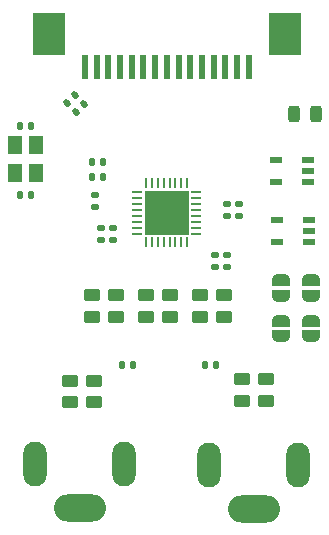
<source format=gts>
%TF.GenerationSoftware,KiCad,Pcbnew,7.0.8*%
%TF.CreationDate,2023-12-06T02:29:27-07:00*%
%TF.ProjectId,C3I2,43334932-2e6b-4696-9361-645f70636258,rev?*%
%TF.SameCoordinates,Original*%
%TF.FileFunction,Soldermask,Top*%
%TF.FilePolarity,Negative*%
%FSLAX46Y46*%
G04 Gerber Fmt 4.6, Leading zero omitted, Abs format (unit mm)*
G04 Created by KiCad (PCBNEW 7.0.8) date 2023-12-06 02:29:27*
%MOMM*%
%LPD*%
G01*
G04 APERTURE LIST*
G04 Aperture macros list*
%AMRoundRect*
0 Rectangle with rounded corners*
0 $1 Rounding radius*
0 $2 $3 $4 $5 $6 $7 $8 $9 X,Y pos of 4 corners*
0 Add a 4 corners polygon primitive as box body*
4,1,4,$2,$3,$4,$5,$6,$7,$8,$9,$2,$3,0*
0 Add four circle primitives for the rounded corners*
1,1,$1+$1,$2,$3*
1,1,$1+$1,$4,$5*
1,1,$1+$1,$6,$7*
1,1,$1+$1,$8,$9*
0 Add four rect primitives between the rounded corners*
20,1,$1+$1,$2,$3,$4,$5,0*
20,1,$1+$1,$4,$5,$6,$7,0*
20,1,$1+$1,$6,$7,$8,$9,0*
20,1,$1+$1,$8,$9,$2,$3,0*%
%AMFreePoly0*
4,1,19,0.000000,0.744911,0.071157,0.744911,0.207708,0.704816,0.327430,0.627875,0.420627,0.520320,0.479746,0.390866,0.500000,0.250000,0.500000,-0.250000,0.479746,-0.390866,0.420627,-0.520320,0.327430,-0.627875,0.207708,-0.704816,0.071157,-0.744911,0.000000,-0.744911,0.000000,-0.750000,-0.500000,-0.750000,-0.500000,0.750000,0.000000,0.750000,0.000000,0.744911,0.000000,0.744911,
$1*%
%AMFreePoly1*
4,1,19,0.500000,-0.750000,0.000000,-0.750000,0.000000,-0.744911,-0.071157,-0.744911,-0.207708,-0.704816,-0.327430,-0.627875,-0.420627,-0.520320,-0.479746,-0.390866,-0.500000,-0.250000,-0.500000,0.250000,-0.479746,0.390866,-0.420627,0.520320,-0.327430,0.627875,-0.207708,0.704816,-0.071157,0.744911,0.000000,0.744911,0.000000,0.750000,0.500000,0.750000,0.500000,-0.750000,0.500000,-0.750000,
$1*%
G04 Aperture macros list end*
%ADD10RoundRect,0.102000X0.525000X0.650000X-0.525000X0.650000X-0.525000X-0.650000X0.525000X-0.650000X0*%
%ADD11R,1.003300X0.508000*%
%ADD12R,3.759200X3.759200*%
%ADD13R,0.254000X0.914400*%
%ADD14R,0.914400X0.254000*%
%ADD15RoundRect,0.250000X0.450000X-0.262500X0.450000X0.262500X-0.450000X0.262500X-0.450000X-0.262500X0*%
%ADD16FreePoly0,270.000000*%
%ADD17FreePoly1,270.000000*%
%ADD18FreePoly1,90.000000*%
%ADD19FreePoly0,90.000000*%
%ADD20O,2.004000X3.804000*%
%ADD21O,4.404000X2.304000*%
%ADD22R,0.609600X2.006600*%
%ADD23R,2.667000X3.606800*%
%ADD24RoundRect,0.243750X0.243750X0.456250X-0.243750X0.456250X-0.243750X-0.456250X0.243750X-0.456250X0*%
%ADD25RoundRect,0.140000X-0.021213X0.219203X-0.219203X0.021213X0.021213X-0.219203X0.219203X-0.021213X0*%
%ADD26RoundRect,0.140000X-0.170000X0.140000X-0.170000X-0.140000X0.170000X-0.140000X0.170000X0.140000X0*%
%ADD27RoundRect,0.140000X-0.140000X-0.170000X0.140000X-0.170000X0.140000X0.170000X-0.140000X0.170000X0*%
%ADD28RoundRect,0.140000X0.170000X-0.140000X0.170000X0.140000X-0.170000X0.140000X-0.170000X-0.140000X0*%
%ADD29RoundRect,0.140000X0.021213X-0.219203X0.219203X-0.021213X-0.021213X0.219203X-0.219203X0.021213X0*%
%ADD30RoundRect,0.140000X0.140000X0.170000X-0.140000X0.170000X-0.140000X-0.170000X0.140000X-0.170000X0*%
G04 APERTURE END LIST*
D10*
%TO.C,Y1*%
X125335000Y-66792000D03*
X125335000Y-64492000D03*
X123585000Y-64492000D03*
X123585000Y-66792000D03*
%TD*%
D11*
%TO.C,U3*%
X148336000Y-67608001D03*
X148336000Y-66658000D03*
X148336000Y-65707999D03*
X145630900Y-65707999D03*
X145630900Y-67608001D03*
%TD*%
%TO.C,U2*%
X148418550Y-72688001D03*
X148418550Y-71738000D03*
X148418550Y-70787999D03*
X145713450Y-70787999D03*
X145713450Y-72688001D03*
%TD*%
D12*
%TO.C,U1*%
X136398000Y-70214000D03*
D13*
X138147999Y-72715900D03*
X137648000Y-72715900D03*
X137148001Y-72715900D03*
X136648000Y-72715900D03*
X136148000Y-72715900D03*
X135647999Y-72715900D03*
X135148000Y-72715900D03*
X134648001Y-72715900D03*
D14*
X133896100Y-71963999D03*
X133896100Y-71464000D03*
X133896100Y-70964001D03*
X133896100Y-70464000D03*
X133896100Y-69964000D03*
X133896100Y-69463999D03*
X133896100Y-68964000D03*
X133896100Y-68464001D03*
D13*
X134648001Y-67712100D03*
X135148000Y-67712100D03*
X135647999Y-67712100D03*
X136148000Y-67712100D03*
X136648000Y-67712100D03*
X137148001Y-67712100D03*
X137648000Y-67712100D03*
X138147999Y-67712100D03*
D14*
X138899900Y-68464001D03*
X138899900Y-68964000D03*
X138899900Y-69463999D03*
X138899900Y-69964000D03*
X138899900Y-70464000D03*
X138899900Y-70964001D03*
X138899900Y-71464000D03*
X138899900Y-71963999D03*
%TD*%
D15*
%TO.C,R10*%
X136652000Y-79000500D03*
X136652000Y-77175500D03*
%TD*%
%TO.C,R9*%
X134620000Y-79000500D03*
X134620000Y-77175500D03*
%TD*%
%TO.C,R8*%
X141224000Y-79000500D03*
X141224000Y-77175500D03*
%TD*%
%TO.C,R7*%
X139192000Y-79000500D03*
X139192000Y-77175500D03*
%TD*%
%TO.C,R6*%
X130048000Y-79000500D03*
X130048000Y-77175500D03*
%TD*%
%TO.C,R5*%
X132080000Y-79000500D03*
X132080000Y-77175500D03*
%TD*%
%TO.C,R4*%
X128243341Y-86259406D03*
X128243341Y-84434406D03*
%TD*%
%TO.C,R3*%
X130242000Y-86256500D03*
X130242000Y-84431500D03*
%TD*%
%TO.C,R2*%
X144780000Y-86106000D03*
X144780000Y-84281000D03*
%TD*%
%TO.C,R1*%
X142748000Y-86106000D03*
X142748000Y-84281000D03*
%TD*%
D16*
%TO.C,INT*%
X146050000Y-77214000D03*
D17*
X146050000Y-75914000D03*
%TD*%
%TO.C,PWR*%
X148590000Y-75914000D03*
D16*
X148590000Y-77214000D03*
%TD*%
D18*
%TO.C,RESET*%
X148590000Y-80628000D03*
D19*
X148590000Y-79328000D03*
%TD*%
D18*
%TO.C,I2C*%
X146050000Y-80628000D03*
D19*
X146050000Y-79328000D03*
%TD*%
D20*
%TO.C,J3*%
X125282000Y-91490000D03*
D21*
X129032000Y-95190000D03*
D20*
X132782000Y-91490000D03*
%TD*%
%TO.C,J2*%
X140014000Y-91550000D03*
D21*
X143764000Y-95250000D03*
D20*
X147514000Y-91550000D03*
%TD*%
D22*
%TO.C,J1*%
X143357600Y-57844200D03*
X142367000Y-57844200D03*
X141376400Y-57844200D03*
X140385800Y-57844200D03*
X139395200Y-57844200D03*
X138404600Y-57844200D03*
X137414000Y-57844200D03*
X136423400Y-57844200D03*
X135432800Y-57844200D03*
X134442200Y-57844200D03*
X133451600Y-57844200D03*
X132461000Y-57844200D03*
X131470400Y-57844200D03*
X130479800Y-57844200D03*
X129489200Y-57844200D03*
D23*
X146405600Y-55024800D03*
X126441200Y-55024800D03*
%TD*%
D24*
%TO.C,D1*%
X149019500Y-61832000D03*
X147144500Y-61832000D03*
%TD*%
D25*
%TO.C,C15*%
X129371411Y-60984589D03*
X128692589Y-61663411D03*
%TD*%
D26*
%TO.C,C14*%
X140462000Y-73798000D03*
X140462000Y-74758000D03*
%TD*%
D27*
%TO.C,C13*%
X130076000Y-65896000D03*
X131036000Y-65896000D03*
%TD*%
%TO.C,C12*%
X130076000Y-67166000D03*
X131036000Y-67166000D03*
%TD*%
D26*
%TO.C,C11*%
X142494000Y-69480000D03*
X142494000Y-70440000D03*
%TD*%
D28*
%TO.C,C10*%
X130810000Y-72472000D03*
X130810000Y-71512000D03*
%TD*%
%TO.C,C9*%
X131826000Y-72472000D03*
X131826000Y-71512000D03*
%TD*%
D26*
%TO.C,C8*%
X141478000Y-69480000D03*
X141478000Y-70440000D03*
%TD*%
D28*
%TO.C,C7*%
X141478000Y-74758000D03*
X141478000Y-73798000D03*
%TD*%
D29*
%TO.C,C6*%
X128609411Y-60222589D03*
X127930589Y-60901411D03*
%TD*%
D26*
%TO.C,C5*%
X130302000Y-68718000D03*
X130302000Y-69678000D03*
%TD*%
D27*
%TO.C,C4*%
X132584000Y-83058000D03*
X133544000Y-83058000D03*
%TD*%
D30*
%TO.C,C3*%
X140600000Y-83058000D03*
X139640000Y-83058000D03*
%TD*%
D27*
%TO.C,C2*%
X123980000Y-68690000D03*
X124940000Y-68690000D03*
%TD*%
%TO.C,C1*%
X123980000Y-62848000D03*
X124940000Y-62848000D03*
%TD*%
M02*

</source>
